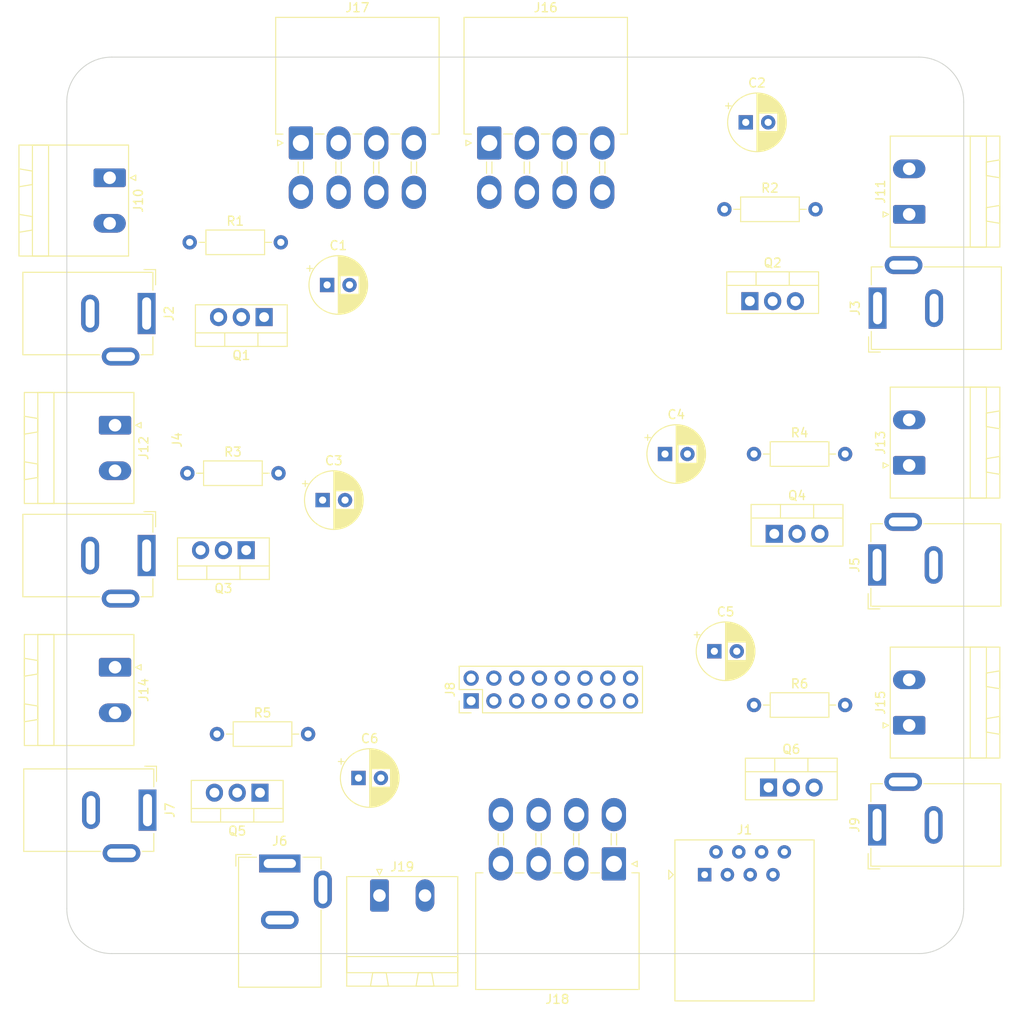
<source format=kicad_pcb>
(kicad_pcb (version 20221018) (generator pcbnew)
  (layers (0 "F.Cu" signal) (31 "B.Cu" signal) (34 "B.Paste" user) (35 "F.Paste" user) (36 "B.SilkS" user "B.Silkscreen") (37 "F.SilkS" user "F.Silkscreen") (38 "B.Mask" user) (39 "F.Mask" user) (44 "Edge.Cuts" user))
  (net 0 "")
  (net 1 "+12V")
  (net 2 "GND")
  (net 3 "/Green_PullDown")
  (net 4 "/Red_PullDown")
  (net 5 "/WhiteG_PullDown")
  (net 6 "/WhiteR_PullDown")
  (net 7 "/BlockingG_PullDown")
  (net 8 "/BlockingR_PullDown")
  (net 9 "/Green_PullUp")
  (net 10 "/Red_PullUp")
  (net 11 "/WhiteG_PullUp")
  (net 12 "/WhiteR_PullUp")
  (net 13 "/BlockingG_PullUp")
  (net 14 "/BlockingR_PullUp")
  (footprint "Package_TO_SOT_THT:TO-220-3_Vertical" (layer "F.Cu") (at 181.88 101.175)
    (fp_text reference "Q4" (at 2.54 -4.27) (layer "F.SilkS"))
    (fp_text value "IRF4905")
    (pad "1" thru_hole rect (at 0 0) (size 1.905 2) (drill 1.1) (layers "*.Cu" "*.Mask") (net 6 "/WhiteR_PullDown"))
    (pad "2" thru_hole oval (at 2.54 0) (size 1.905 2) (drill 1.1) (layers "*.Cu" "*.Mask") (net 1 "+12V"))
    (pad "3" thru_hole oval (at 5.08 0) (size 1.905 2) (drill 1.1) (layers "*.Cu" "*.Mask") (net 12 "/WhiteR_PullUp"))
  )
  (footprint "Connector_Molex:Molex_Mini-Fit_Jr_5569-08A2_2x04_P4.20mm_Horizontal" (layer "F.Cu") (at 129.1 57.575)
    (fp_text reference "J17" (at 6.3 -15.1) (layer "F.SilkS"))
    (fp_text value "Conn_02x04_Top_Bottom")
    (pad "" np_thru_hole circle (at 0 -7.3) (size 3 3) (drill 3) (layers "*.Cu" "*.Mask"))
    (pad "" np_thru_hole circle (at 12.6 -7.3) (size 3 3) (drill 3) (layers "*.Cu" "*.Mask"))
    (pad "1" thru_hole roundrect (at 0 0) (size 2.7 3.7) (drill 1.8) (layers "*.Cu" "*.Mask") (roundrect_rratio 0.092593) (net 2 "GND"))
    (pad "2" thru_hole oval (at 4.2 0) (size 2.7 3.7) (drill 1.8) (layers "*.Cu" "*.Mask") (net 2 "GND"))
    (pad "3" thru_hole oval (at 8.4 0) (size 2.7 3.7) (drill 1.8) (layers "*.Cu" "*.Mask") (net 2 "GND"))
    (pad "4" thru_hole oval (at 12.6 0) (size 2.7 3.7) (drill 1.8) (layers "*.Cu" "*.Mask") (net 2 "GND"))
    (pad "5" thru_hole oval (at 0 5.5) (size 2.7 3.7) (drill 1.8) (layers "*.Cu" "*.Mask") (net 9 "/Green_PullUp"))
    (pad "6" thru_hole oval (at 4.2 5.5) (size 2.7 3.7) (drill 1.8) (layers "*.Cu" "*.Mask") (net 10 "/Red_PullUp"))
    (pad "7" thru_hole oval (at 8.4 5.5) (size 2.7 3.7) (drill 1.8) (layers "*.Cu" "*.Mask") (net 11 "/WhiteG_PullUp"))
    (pad "8" thru_hole oval (at 12.6 5.5) (size 2.7 3.7) (drill 1.8) (layers "*.Cu" "*.Mask") (net 12 "/WhiteR_PullUp"))
  )
  (footprint "Library:BarrelJack_GCT_DCJ200-10-A_Horizontal" (layer "F.Cu") (at 111.9 76.6 -90)
    (fp_text reference "J2" (at 0 -2.5 90) (layer "F.SilkS"))
    (fp_text value "Barrel_Jack_MountingPin")
    (pad "1" thru_hole rect (at 0 0 270) (size 4.6 2) (drill oval 3.6 1) (layers "*.Cu" "*.Mask") (net 9 "/Green_PullUp"))
    (pad "2" thru_hole oval (at 0 6.3 270) (size 4.2 2) (drill oval 3.2 1) (layers "*.Cu" "*.Mask") (net 2 "GND"))
    (pad "3" thru_hole oval (at 4.8 2.9 270) (size 2 4.2) (drill oval 1 3.2) (layers "*.Cu" "*.Mask"))
  )
  (footprint "MountingHole:MountingHole_3mm" (layer "F.Cu") (at 198 53)
    (fp_text reference "REF**" hide)
    (fp_text value "MountingHole_3mm")
    (pad "" np_thru_hole circle (at 0 0) (size 3 3) (drill 3) (layers "*.Cu" "*.Mask"))
  )
  (footprint "Connector_Phoenix_MSTB:PhoenixContact_MSTBA_2,5_2-G-5,08_1x02_P5.08mm_Horizontal" (layer "F.Cu") (at 107.7775 61.46 -90)
    (fp_text reference "J10" (at 2.54 -3.2 90) (layer "F.SilkS"))
    (fp_text value "Conn_01x02")
    (pad "1" thru_hole roundrect (at 0 0 270) (size 2.08 3.6) (drill 1.4) (layers "*.Cu" "*.Mask") (roundrect_rratio 0.120192) (net 9 "/Green_PullUp"))
    (pad "2" thru_hole oval (at 5.08 0 270) (size 2.08 3.6) (drill 1.4) (layers "*.Cu" "*.Mask") (net 2 "GND"))
  )
  (footprint "Connector_Phoenix_MSTB:PhoenixContact_MSTBA_2,5_2-G-5,08_1x02_P5.08mm_Horizontal" (layer "F.Cu") (at 137.86 141.5225)
    (fp_text reference "J19" (at 2.54 -3.2) (layer "F.SilkS"))
    (fp_text value "Conn_01x02")
    (pad "1" thru_hole roundrect (at 0 0) (size 2.08 3.6) (drill 1.4) (layers "*.Cu" "*.Mask") (roundrect_rratio 0.120192) (net 1 "+12V"))
    (pad "2" thru_hole oval (at 5.08 0) (size 2.08 3.6) (drill 1.4) (layers "*.Cu" "*.Mask") (net 2 "GND"))
  )
  (footprint "Resistor_THT:R_Axial_DIN0207_L6.3mm_D2.5mm_P10.16mm_Horizontal" (layer "F.Cu") (at 116.4425 94.415)
    (fp_text reference "R3" (at 5.08 -2.37) (layer "F.SilkS"))
    (fp_text value "10k")
    (pad "1" thru_hole circle (at 0 0) (size 1.6 1.6) (drill 0.8) (layers "*.Cu" "*.Mask") (net 1 "+12V"))
    (pad "2" thru_hole oval (at 10.16 0) (size 1.6 1.6) (drill 0.8) (layers "*.Cu" "*.Mask") (net 5 "/WhiteG_PullDown"))
  )
  (footprint "Connector_Molex:Molex_Mini-Fit_Jr_5569-08A2_2x04_P4.20mm_Horizontal" (layer "F.Cu") (at 150.1 57.575)
    (fp_text reference "J16" (at 6.3 -15.1) (layer "F.SilkS"))
    (fp_text value "Conn_02x04_Top_Bottom")
    (pad "" np_thru_hole circle (at 0 -7.3) (size 3 3) (drill 3) (layers "*.Cu" "*.Mask"))
    (pad "" np_thru_hole circle (at 12.6 -7.3) (size 3 3) (drill 3) (layers "*.Cu" "*.Mask"))
    (pad "1" thru_hole roundrect (at 0 0) (size 2.7 3.7) (drill 1.8) (layers "*.Cu" "*.Mask") (roundrect_rratio 0.092593) (net 2 "GND"))
    (pad "2" thru_hole oval (at 4.2 0) (size 2.7 3.7) (drill 1.8) (layers "*.Cu" "*.Mask") (net 2 "GND"))
    (pad "3" thru_hole oval (at 8.4 0) (size 2.7 3.7) (drill 1.8) (layers "*.Cu" "*.Mask") (net 2 "GND"))
    (pad "4" thru_hole oval (at 12.6 0) (size 2.7 3.7) (drill 1.8) (layers "*.Cu" "*.Mask") (net 2 "GND"))
    (pad "5" thru_hole oval (at 0 5.5) (size 2.7 3.7) (drill 1.8) (layers "*.Cu" "*.Mask") (net 9 "/Green_PullUp"))
    (pad "6" thru_hole oval (at 4.2 5.5) (size 2.7 3.7) (drill 1.8) (layers "*.Cu" "*.Mask") (net 10 "/Red_PullUp"))
    (pad "7" thru_hole oval (at 8.4 5.5) (size 2.7 3.7) (drill 1.8) (layers "*.Cu" "*.Mask") (net 11 "/WhiteG_PullUp"))
    (pad "8" thru_hole oval (at 12.6 5.5) (size 2.7 3.7) (drill 1.8) (layers "*.Cu" "*.Mask") (net 12 "/WhiteR_PullUp"))
  )
  (footprint "Capacitor_THT:CP_Radial_D6.3mm_P2.50mm" (layer "F.Cu") (at 175.2 114.275)
    (fp_text reference "C5" (at 1.25 -4.4) (layer "F.SilkS"))
    (fp_text value "C_Polarized")
    (pad "1" thru_hole rect (at 0 0) (size 1.6 1.6) (drill 0.8) (layers "*.Cu" "*.Mask") (net 1 "+12V"))
    (pad "2" thru_hole circle (at 2.5 0) (size 1.6 1.6) (drill 0.8) (layers "*.Cu" "*.Mask") (net 2 "GND"))
  )
  (footprint "Package_TO_SOT_THT:TO-220-3_Vertical" (layer "F.Cu") (at 181.24 129.475)
    (fp_text reference "Q6" (at 2.54 -4.27) (layer "F.SilkS"))
    (fp_text value "IRF4905")
    (pad "1" thru_hole rect (at 0 0) (size 1.905 2) (drill 1.1) (layers "*.Cu" "*.Mask") (net 8 "/BlockingR_PullDown"))
    (pad "2" thru_hole oval (at 2.54 0) (size 1.905 2) (drill 1.1) (layers "*.Cu" "*.Mask") (net 1 "+12V"))
    (pad "3" thru_hole oval (at 5.08 0) (size 1.905 2) (drill 1.1) (layers "*.Cu" "*.Mask") (net 14 "/BlockingR_PullUp"))
  )
  (footprint "MountingHole:MountingHole_3mm" (layer "F.Cu") (at 108 53)
    (fp_text reference "REF**" hide)
    (fp_text value "MountingHole_3mm")
    (pad "" np_thru_hole circle (at 0 0) (size 3 3) (drill 3) (layers "F&B.Cu" "*.Mask"))
  )
  (footprint "Resistor_THT:R_Axial_DIN0207_L6.3mm_D2.5mm_P10.16mm_Horizontal" (layer "F.Cu") (at 116.7025 68.66)
    (fp_text reference "R1" (at 5.08 -2.37) (layer "F.SilkS"))
    (fp_text value "10k")
    (pad "1" thru_hole circle (at 0 0) (size 1.6 1.6) (drill 0.8) (layers "*.Cu" "*.Mask") (net 1 "+12V"))
    (pad "2" thru_hole oval (at 10.16 0) (size 1.6 1.6) (drill 0.8) (layers "*.Cu" "*.Mask") (net 3 "/Green_PullDown"))
  )
  (footprint "Package_TO_SOT_THT:TO-220-3_Vertical" (layer "F.Cu") (at 123 103 180)
    (fp_text reference "Q3" (at 2.54 -4.27) (layer "F.SilkS"))
    (fp_text value "IRF4905")
    (pad "1" thru_hole rect (at 0 0 180) (size 1.905 2) (drill 1.1) (layers "*.Cu" "*.Mask") (net 5 "/WhiteG_PullDown"))
    (pad "2" thru_hole oval (at 2.54 0 180) (size 1.905 2) (drill 1.1) (layers "*.Cu" "*.Mask") (net 1 "+12V"))
    (pad "3" thru_hole oval (at 5.08 0 180) (size 1.905 2) (drill 1.1) (layers "*.Cu" "*.Mask") (net 11 "/WhiteG_PullUp"))
  )
  (footprint "Library:BarrelJack_GCT_DCJ200-10-A_Horizontal" (layer "F.Cu") (at 193.4 76 90)
    (fp_text reference "J3" (at 0 -2.5 90) (layer "F.SilkS"))
    (fp_text value "Barrel_Jack_MountingPin")
    (pad "1" thru_hole rect (at 0 0 90) (size 4.6 2) (drill oval 3.6 1) (layers "*.Cu" "*.Mask") (net 10 "/Red_PullUp"))
    (pad "2" thru_hole oval (at 0 6.3 90) (size 4.2 2) (drill oval 3.2 1) (layers "*.Cu" "*.Mask") (net 2 "GND"))
    (pad "3" thru_hole oval (at 4.8 2.9 90) (size 2 4.2) (drill oval 1 3.2) (layers "*.Cu" "*.Mask"))
  )
  (footprint "Resistor_THT:R_Axial_DIN0207_L6.3mm_D2.5mm_P10.16mm_Horizontal" (layer "F.Cu") (at 179.62 120.275)
    (fp_text reference "R6" (at 5.08 -2.37) (layer "F.SilkS"))
    (fp_text value "10k")
    (pad "1" thru_hole circle (at 0 0) (size 1.6 1.6) (drill 0.8) (layers "*.Cu" "*.Mask") (net 1 "+12V"))
    (pad "2" thru_hole oval (at 10.16 0) (size 1.6 1.6) (drill 0.8) (layers "*.Cu" "*.Mask") (net 8 "/BlockingR_PullDown"))
  )
  (footprint "Capacitor_THT:CP_Radial_D6.3mm_P2.50mm" (layer "F.Cu") (at 169.7 92.275)
    (fp_text reference "C4" (at 1.25 -4.4) (layer "F.SilkS"))
    (fp_text value "C_Polarized")
    (pad "1" thru_hole rect (at 0 0) (size 1.6 1.6) (drill 0.8) (layers "*.Cu" "*.Mask") (net 1 "+12V"))
    (pad "2" thru_hole circle (at 2.5 0) (size 1.6 1.6) (drill 0.8) (layers "*.Cu" "*.Mask") (net 2 "GND"))
  )
  (footprint "Resistor_THT:R_Axial_DIN0207_L6.3mm_D2.5mm_P10.16mm_Horizontal" (layer "F.Cu") (at 179.62 92.275)
    (fp_text reference "R4" (at 5.08 -2.37) (layer "F.SilkS"))
    (fp_text value "10k")
    (pad "1" thru_hole circle (at 0 0) (size 1.6 1.6) (drill 0.8) (layers "*.Cu" "*.Mask") (net 1 "+12V"))
    (pad "2" thru_hole oval (at 10.16 0) (size 1.6 1.6) (drill 0.8) (layers "*.Cu" "*.Mask") (net 6 "/WhiteR_PullDown"))
  )
  (footprint "Connector_Phoenix_MSTB:PhoenixContact_MSTBA_2,5_2-G-5,08_1x02_P5.08mm_Horizontal" (layer "F.Cu") (at 108.3775 89.06 -90)
    (fp_text reference "J12" (at 2.54 -3.2 90) (layer "F.SilkS"))
    (fp_text value "Conn_01x02")
    (pad "1" thru_hole roundrect (at 0 0 270) (size 2.08 3.6) (drill 1.4) (layers "*.Cu" "*.Mask") (roundrect_rratio 0.120192) (net 11 "/WhiteG_PullUp"))
    (pad "2" thru_hole oval (at 5.08 0 270) (size 2.08 3.6) (drill 1.4) (layers "*.Cu" "*.Mask") (net 2 "GND"))
  )
  (footprint "Connector_Phoenix_MSTB:PhoenixContact_MSTBA_2,5_2-G-5,08_1x02_P5.08mm_Horizontal" (layer "F.Cu") (at 108.3775 116.06 -90)
    (fp_text reference "J14" (at 2.54 -3.2 90) (layer "F.SilkS"))
    (fp_text value "Conn_01x02")
    (pad "1" thru_hole roundrect (at 0 0 270) (size 2.08 3.6) (drill 1.4) (layers "*.Cu" "*.Mask") (roundrect_rratio 0.120192) (net 13 "/BlockingG_PullUp"))
    (pad "2" thru_hole oval (at 5.08 0 270) (size 2.08 3.6) (drill 1.4) (layers "*.Cu" "*.Mask") (net 2 "GND"))
  )
  (footprint "Connector_Phoenix_MSTB:PhoenixContact_MSTBA_2,5_2-G-5,08_1x02_P5.08mm_Horizontal" (layer "F.Cu") (at 196.9225 93.54 90)
    (fp_text reference "J13" (at 2.54 -3.2 90) (layer "F.SilkS"))
    (fp_text value "Conn_01x02")
    (pad "1" thru_hole roundrect (at 0 0 90) (size 2.08 3.6) (drill 1.4) (layers "*.Cu" "*.Mask") (roundrect_rratio 0.120192) (net 12 "/WhiteR_PullUp"))
    (pad "2" thru_hole oval (at 5.08 0 90) (size 2.08 3.6) (drill 1.4) (layers "*.Cu" "*.Mask") (net 2 "GND"))
  )
  (footprint "Resistor_THT:R_Axial_DIN0207_L6.3mm_D2.5mm_P10.16mm_Horizontal" (layer "F.Cu") (at 119.7425 123.515)
    (fp_text reference "R5" (at 5.08 -2.37) (layer "F.SilkS"))
    (fp_text value "10k")
    (pad "1" thru_hole circle (at 0 0) (size 1.6 1.6) (drill 0.8) (layers "*.Cu" "*.Mask") (net 1 "+12V"))
    (pad "2" thru_hole oval (at 10.16 0) (size 1.6 1.6) (drill 0.8) (layers "*.Cu" "*.Mask") (net 7 "/BlockingG_PullDown"))
  )
  (footprint "Package_TO_SOT_THT:TO-220-3_Vertical" (layer "F.Cu") (at 125 77 180)
    (fp_text reference "Q1" (at 2.54 -4.27) (layer "F.SilkS"))
    (fp_text value "IRF4905")
    (pad "1" thru_hole rect (at 0 0 180) (size 1.905 2) (drill 1.1) (layers "*.Cu" "*.Mask") (net 3 "/Green_PullDown"))
    (pad "2" thru_hole oval (at 2.54 0 180) (size 1.905 2) (drill 1.1) (layers "*.Cu" "*.Mask") (net 1 "+12V"))
    (pad "3" thru_hole oval (at 5.08 0 180) (size 1.905 2) (drill 1.1) (layers "*.Cu" "*.Mask") (net 9 "/Green_PullUp"))
  )
  (footprint "Capacitor_THT:CP_Radial_D6.3mm_P2.50mm" (layer "F.Cu") (at 131.5225 97.415)
    (fp_text reference "C3" (at 1.25 -4.4) (layer "F.SilkS"))
    (fp_text value "C_Polarized")
    (pad "1" thru_hole rect (at 0 0) (size 1.6 1.6) (drill 0.8) (layers "*.Cu" "*.Mask") (net 1 "+12V"))
    (pad "2" thru_hole circle (at 2.5 0) (size 1.6 1.6) (drill 0.8) (layers "*.Cu" "*.Mask") (net 2 "GND"))
  )
  (footprint "Library:BarrelJack_GCT_DCJ200-10-A_Horizontal" (layer "F.Cu") (at 193.35 104.65 90)
    (fp_text reference "J5" (at 0 -2.5 90) (layer "F.SilkS"))
    (fp_text value "Barrel_Jack_MountingPin")
    (pad "1" thru_hole rect (at 0 0 90) (size 4.6 2) (drill oval 3.6 1) (layers "*.Cu" "*.Mask") (net 12 "/WhiteR_PullUp"))
    (pad "2" thru_hole oval (at 0 6.3 90) (size 4.2 2) (drill oval 3.2 1) (layers "*.Cu" "*.Mask") (net 2 "GND"))
    (pad "3" thru_hole oval (at 4.8 2.9 90) (size 2 4.2) (drill oval 1 3.2) (layers "*.Cu" "*.Mask"))
  )
  (footprint "Package_TO_SOT_THT:TO-220-3_Vertical" (layer "F.Cu") (at 179.16 75.22)
    (fp_text reference "Q2" (at 2.54 -4.27) (layer "F.SilkS"))
    (fp_text value "IRF4905")
    (pad "1" thru_hole rect (at 0 0) (size 1.905 2) (drill 1.1) (layers "*.Cu" "*.Mask") (net 4 "/Red_PullDown"))
    (pad "2" thru_hole oval (at 2.54 0) (size 1.905 2) (drill 1.1) (layers "*.Cu" "*.Mask") (net 1 "+12V"))
    (pad "3" thru_hole oval (at 5.08 0) (size 1.905 2) (drill 1.1) (layers "*.Cu" "*.Mask") (net 10 "/Red_PullUp"))
  )
  (footprint "Resistor_THT:R_Axial_DIN0207_L6.3mm_D2.5mm_P10.16mm_Horizontal" (layer "F.Cu") (at 176.32 64.975)
    (fp_text reference "R2" (at 5.08 -2.37) (layer "F.SilkS"))
    (fp_text value "10k")
    (pad "1" thru_hole circle (at 0 0) (size 1.6 1.6) (drill 0.8) (layers "*.Cu" "*.Mask") (net 1 "+12V"))
    (pad "2" thru_hole oval (at 10.16 0) (size 1.6 1.6) (drill 0.8) (layers "*.Cu" "*.Mask") (net 4 "/Red_PullDown"))
  )
  (footprint "Package_TO_SOT_THT:TO-220-3_Vertical" (layer "F.Cu") (at 124.54 130.055 180)
    (fp_text reference "Q5" (at 2.54 -4.27) (layer "F.SilkS"))
    (fp_text value "IRF4905")
    (pad "1" thru_hole rect (at 0 0 180) (size 1.905 2) (drill 1.1) (layers "*.Cu" "*.Mask") (net 7 "/BlockingG_PullDown"))
    (pad "2" thru_hole oval (at 2.54 0 180) (size 1.905 2) (drill 1.1) (layers "*.Cu" "*.Mask") (net 1 "+12V"))
    (pad "3" thru_hole oval (at 5.08 0 180) (size 1.905 2) (drill 1.1) (layers "*.Cu" "*.Mask") (net 13 "/BlockingG_PullUp"))
  )
  (footprint "Connector_Phoenix_MSTB:PhoenixContact_MSTBA_2,5_2-G-5,08_1x02_P5.08mm_Horizontal" (layer "F.Cu") (at 196.9225 122.54 90)
    (fp_text reference "J15" (at 2.54 -3.2 90) (layer "F.SilkS"))
    (fp_text value "Conn_01x02")
    (pad "1" thru_hole roundrect (at 0 0 90) (size 2.08 3.6) (drill 1.4) (layers "*.Cu" "*.Mask") (roundrect_rratio 0.120192) (net 14 "/BlockingR_PullUp"))
    (pad "2" thru_hole oval (at 5.08 0 90) (size 2.08 3.6) (drill 1.4) (layers "*.Cu" "*.Mask") (net 2 "GND"))
  )
  (footprint "Connector_PinHeader_2.54mm:PinHeader_2x08_P2.54mm_Vertical" (layer "F.Cu") (at 148.08 119.815 90)
    (fp_text reference "J8" (at 1.27 -2.33 90) (layer "F.SilkS"))
    (fp_text value "Conn_02x08_Odd_Even")
    (pad "1" thru_hole rect (at 0 0 90) (size 1.7 1.7) (drill 1) (layers "*.Cu" "*.Mask") (net 3 "/Green_PullDown"))
    (pad "2" thru_hole oval (at 2.54 0 90) (size 1.7 1.7) (drill 1) (layers "*.Cu" "*.Mask") (net 9 "/Green_PullUp"))
    (pad "3" thru_hole oval (at 0 2.54 90) (size 1.7 1.7) (drill 1) (layers "*.Cu" "*.Mask") (net 4 "/Red_PullDown"))
    (pad "4" thru_hole oval (at 2.54 2.54 90) (size 1.7 1.7) (drill 1) (layers "*.Cu" "*.Mask") (net 10 "/Red_PullUp"))
    (pad "5" thru_hole oval (at 0 5.08 90) (size 1.7 1.7) (drill 1) (layers "*.Cu" "*.Mask") (net 5 "/WhiteG_PullDown"))
    (pad "6" thru_hole oval (at 2.54 5.08 90) (size 1.7 1.7) (drill 1) (layers "*.Cu" "*.Mask") (net 11 "/WhiteG_PullUp"))
    (pad "7" thru_hole oval (at 0 7.62 90) (size 1.7 1.7) (drill 1) (layers "*.Cu" "*.Mask") (net 6 "/WhiteR_PullDown"))
    (pad "8" thru_hole oval (at 2.54 7.62 90) (size 1.7 1.7) (drill 1) (layers "*.Cu" "*.Mask") (net 12 "/WhiteR_PullUp"))
    (pad "9" thru_hole oval (at 0 10.16 90) (size 1.7 1.7) (drill 1) (layers "*.Cu" "*.Mask") (net 7 "/BlockingG_PullDown"))
    (pad "10" thru_hole oval (at 2.54 10.16 90) (size 1.7 1.7) (drill 1) (layers "*.Cu" "*.Mask") (net 13 "/BlockingG_PullUp"))
    (pad "11" thru_hole oval (at 0 12.7 90) (size 1.7 1.7) (drill 1) (layers "*.Cu" "*.Mask") (net 8 "/BlockingR_PullDown"))
    (pad "12" thru_hole oval (at 2.54 12.7 90) (size 1.7 1.7) (drill 1) (layers "*.Cu" "*.Mask") (net 14 "/BlockingR_PullUp"))
    (pad "13" thru_hole oval (at 0 15.24 90) (size 1.7 1.7) (drill 1) (layers "*.Cu" "*.Mask") (net 1 "+12V"))
    (pad "14" thru_hole oval (at 2.54 15.24 90) (size 1.7 1.7) (drill 1) (layers "*.Cu" "*.Mask") (net 2 "GND"))
    (pad "15" thru_hole oval (at 0 17.78 90) (size 1.7 1.7) (drill 1) (layers "*.Cu" "*.Mask") (net 1 "+12V"))
    (pad "16" thru_hole oval (at 2.54 17.78 90) (size 1.7 1.7) (drill 1) (layers "*.Cu" "*.Mask") (net 2 "GND"))
  )
  (footprint "Connector_Phoenix_MSTB:PhoenixContact_MSTBA_2,5_2-G-5,08_1x02_P5.08mm_Horizontal" (layer "F.Cu") (at 196.9225 65.54 90)
    (fp_text reference "J11" (at 2.54 -3.2 90) (layer "F.SilkS"))
    (fp_text value "Conn_01x02")
    (pad "1" thru_hole roundrect (at 0 0 90) (size 2.08 3.6) (drill 1.4) (layers "*.Cu" "*.Mask") (roundrect_rratio 0.120192) (net 10 "/Red_PullUp"))
    (pad "2" thru_hole oval (at 5.08 0 90) (size 2.08 3.6) (drill 1.4) (layers "*.Cu" "*.Mask") (net 2 "GND"))
  )
  (footprint "Connector_Molex:Molex_Mini-Fit_Jr_5569-08A2_2x04_P4.20mm_Horizontal" (layer "F.Cu") (at 164 138 180)
    (fp_text reference "J18" (at 6.3 -15.1) (layer "F.SilkS"))
    (fp_text value "Conn_02x04_Top_Bottom")
    (pad "" np_thru_hole circle (at 0 -7.3 180) (size 3 3) (drill 3) (layers "*.Cu" "*.Mask"))
    (pad "" np_thru_hole circle (at 12.6 -7.3 180) (size 3 3) (drill 3) (layers "*.Cu" "*.Mask"))
    (pad "1" thru_hole roundrect (at 0 0 180) (size 2.7 3.7) (drill 1.8) (layers "*.Cu" "*.Mask") (roundrect_rratio 0.092593) (net 2 "GND"))
    (pad "2" thru_hole oval (at 4.2 0 180) (size 2.7 3.7) (drill 1.8) (layers "*.Cu" "*.Mask") (net 2 "GND"))
    (pad "3" thru_hole oval (at 8.4 0 180) (size 2.7 3.7) (drill 1.8) (layers "*.Cu" "*.Mask") (net 2 "GND"))
    (pad "4" thru_hole oval (at 12.6 0 180) (size 2.7 3.7) (drill 1.8) (layers "*.Cu" "*.Mask") (net 2 "GND"))
    (pad "5" thru_hole oval (at 0 5.5 180) (size 2.7 3.7) (drill 1.8) (layers "*.Cu" "*.Mask") (net 1 "+12V"))
    (pad "6" thru_hole oval (at 4.2 5.5 180) (size 2.7 3.7) (drill 1.8) (layers "*.Cu" "*.Mask") (net 1 "+12V"))
    (pad "7" thru_hole oval (at 8.4 5.5 180) (size 2.7 3.7) (drill 1.8) (layers "*.Cu" "*.Mask") (net 1 "+12V"))
    (pad "8" thru_hole oval (at 12.6 5.5 180) (size 2.7 3.7) (drill 1.8) (layers "*.Cu" "*.Mask") (net 1 "+12V"))
  )
  (footprint "Library:BarrelJack_GCT_DCJ200-10-A_Horizontal" (layer "F.Cu") (at 112 132 -90)
    (fp_text reference "J7" (at 0 -2.5 90) (layer "F.SilkS"))
    (fp_text value "Barrel_Jack_MountingPin")
    (pad "1" thru_hole rect (at 0 0 270) (size 4.6 2) (drill oval 3.6 1) (layers "*.Cu" "*.Mask") (net 13 "/BlockingG_PullUp"))
    (pad "2" thru_hole oval (at 0 6.3 270) (size 4.2 2) (drill oval 3.2 1) (layers "*.Cu" "*.Mask") (net 2 "GND"))
    (pad "3" thru_hole oval (at 4.8 2.9 270) (size 2 4.2) (drill oval 1 3.2) (layers "*.Cu" "*.Mask"))
  )
  (footprint "Library:BarrelJack_GCT_DCJ200-10-A_Horizontal" (layer "F.Cu") (at 126.75 137.95)
    (fp_text reference "J6" (at 0 -2.5) (layer "F.SilkS"))
    (fp_text value "Barrel_Jack_MountingPin")
    (pad "1" thru_hole rect (at 0 0) (size 4.6 2) (drill oval 3.6 1) (layers "*.Cu" "*.Mask") (net 1 "+12V"))
    (pad "2" thru_hole oval (at 0 6.3) (size 4.2 2) (drill oval 3.2 1) (layers "*.Cu" "*.Mask") (net 2 "GND"))
    (pad "3" thru_hole oval (at 4.8 2.9) (size 2 4.2) (drill oval 1 3.2) (layers "*.Cu" "*.Mask"))
  )
  (footprint "Capacitor_THT:CP_Radial_D6.3mm_P2.50mm" (layer "F.Cu") (at 135.5225 128.415)
    (fp_text reference "C6" (at 1.25 -4.4) (layer "F.SilkS"))
    (fp_text value "C_Polarized")
    (pad "1" thru_hole rect (at 0 0) (size 1.6 1.6) (drill 0.8) (layers "*.Cu" "*.Mask") (net 1 "+12V"))
    (pad "2" thru_hole circle (at 2.5 0) (size 1.6 1.6) (drill 0.8) (layers "*.Cu" "*.Mask") (net 2 "GND"))
  )
  (footprint "Capacitor_THT:CP_Radial_D6.3mm_P2.50mm" (layer "F.Cu") (at 132.0225 73.415)
    (fp_text reference "C1" (at 1.25 -4.4) (layer "F.SilkS"))
    (fp_text value "C_Polarized")
    (pad "1" thru_hole rect (at 0 0) (size 1.6 1.6) (drill 0.8) (layers "*.Cu" "*.Mask") (net 1 "+12V"))
    (pad "2" thru_hole circle (at 2.5 0) (size 1.6 1.6) (drill 0.8) (layers "*.Cu" "*.Mask") (net 2 "GND"))
  )
  (footprint "Capacitor_THT:CP_Radial_D6.3mm_P2.50mm" (layer "F.Cu") (at 178.7 55.275)
    (fp_text reference "C2" (at 1.25 -4.4) (layer "F.SilkS"))
    (fp_text value "C_Polarized")
    (pad "1" thru_hole rect (at 0 0) (size 1.6 1.6) (drill 0.8) (layers "*.Cu" "*.Mask") (net 1 "+12V"))
    (pad "2" thru_hole circle (at 2.5 0) (size 1.6 1.6) (drill 0.8) (layers "*.Cu" "*.Mask") (net 2 "GND"))
  )
  (footprint "Library:BarrelJack_GCT_DCJ200-10-A_Horizontal" (layer "F.Cu") (at 111.9 103.6 -90)
    (fp_text reference "J4" (at -12.9 -3.4 90) (layer "F.SilkS"))
    (fp_text value "Barrel_Jack_MountingPin")
    (pad "1" thru_hole rect (at 0 0 270) (size 4.6 2) (drill oval 3.6 1) (layers "*.Cu" "*.Mask") (net 11 "/WhiteG_PullUp"))
    (pad "2" thru_hole oval (at 0 6.3 270) (size 4.2 2) (drill oval 3.2 1) (layers "*.Cu" "*.Mask") (net 2 "GND"))
    (pad "3" thru_hole oval (at 4.8 2.9 270) (size 2 4.2) (drill oval 1 3.2) (layers "*.Cu" "*.Mask"))
  )
  (footprint "MountingHole:MountingHole_3mm" (layer "F.Cu") (at 108 143)
    (fp_text reference "REF**" hide)
    (fp_text value "MountingHole_3mm")
    (pad "" np_thru_hole circle (at 0 0) (size 3 3) (drill 3) (layers "F&B.Cu" "*.Mask"))
  )
  (footprint "Connector_RJ:RJ45_Amphenol_54602-x08_Horizontal" (layer "F.Cu") (at 174.1175 139.2)
    (fp_text reference "J1" (at 4.445 -5) (layer "F.SilkS"))
    (fp_text value "RJ45")
    (pad "" np_thru_hole circle (at -1.27 6.35) (size 3.2 3.2) (drill 3.2) (layers "*.Cu" "*.Mask"))
    (pad "" np_thru_hole circle (at 10.16 6.35) (size 3.2 3.2) (drill 3.2) (layers "*.Cu" "*.Mask"))
    (pad "1" thru_hole rect (at 0 0) (size 1.5 1.5) (drill 0.76) (layers "*.Cu" "*.Mask") (net 3 "/Green_PullDown"))
    (pad "2" thru_hole circle (at 1.27 -2.54) (size 1.5 1.5) (drill 0.76) (layers "*.Cu" "*.Mask") (net 4 "/Red_PullDown"))
    (pad "3" thru_hole circle (at 2.54 0) (size 1.5 1.5) (drill 0.76) (layers "*.Cu" "*.Mask") (net 5 "/WhiteG_PullDown"))
    (pad "4" thru_hole circle (at 3.81 -2.54) (size 1.5 1.5) (drill 0.76) (layers "*.Cu" "*.Mask") (net 6 "/WhiteR_PullDown"))
    (pad "5" thru_hole circle (at 5.08 0) (size 1.5 1.5) (drill 0.76) (layers "*.Cu" "*.Mask") (net 7 "/BlockingG_PullDown"))
    (pad "6" thru_hole circle (at 6.35 -2.54) (size 1.5 1.5) (drill 0.76) (layers "*.Cu" "*.Mask") (net 8 "/BlockingR_PullDown"))
    (pad "7" thru_hole circle (at 7.62 0) (size 1.5 1.5) (drill 0.76) (layers "*.Cu" "*.Mask") (net 1 "+12V"))
    (pad "8" thru_hole circle (at 8.89 -2.54) (size 1.5 1.5) (drill 0.76) (layers "*.Cu" "*.Mask") (net 1 "+12V"))
  )
  (footprint "MountingHole:MountingHole_3mm" (layer "F.Cu") (at 198 143)
    (fp_text reference "REF**" hide)
    (fp_text value "MountingHole_3mm")
    (pad "" np_thru_hole circle (at 0 0) (size 3 3) (drill 3) (layers "F&B.Cu" "*.Mask"))
  )
  (footprint "Library:BarrelJack_GCT_DCJ200-10-A_Horizontal" (layer "F.Cu") (at 193.35 133.65 90)
    (fp_text reference "J9" (at 0 -2.5 90) (layer "F.SilkS"))
    (fp_text value "Barrel_Jack_MountingPin")
    (pad "1" thru_hole rect (at 0 0 90) (size 4.6 2) (drill oval 3.6 1) (layers "*.Cu" "*.Mask") (net 14 "/BlockingR_PullUp"))
    (pad "2" thru_hole oval (at 0 6.3 90) (size 4.2 2) (drill oval 3.2 1) (layers "*.Cu" "*.Mask") (net 2 "GND"))
    (pad "3" thru_hole oval (at 4.8 2.9 90) (size 2 4.2) (drill oval 1 3.2) (layers "*.Cu" "*.Mask"))
  )
  (gr_arc (start 198 48) (mid 201.535534 49.464466) (end 203 53) (stroke (width 0.1)) (layer "Edge.Cuts"))
  (gr_arc (start 103 53) (mid 104.464466 49.464466) (end 108 48) (stroke (width 0.1)) (layer "Edge.Cuts"))
  (gr_line (start 103 143) (end 103 53) (stroke (width 0.1)) (layer "Edge.Cuts"))
  (gr_arc (start 108 148) (mid 104.464466 146.535534) (end 103 143) (stroke (width 0.1)) (layer "Edge.Cuts"))
  (gr_line (start 108 48) (end 198 48) (stroke (width 0.1)) (layer "Edge.Cuts"))
  (gr_line (start 198 148) (end 108 148) (stroke (width 0.1)) (layer "Edge.Cuts"))
  (gr_arc (start 203 143) (mid 201.535534 146.535534) (end 198 148) (stroke (width 0.1)) (layer "Edge.Cuts"))
  (gr_line (start 203 53) (end 203 143) (stroke (width 0.1)) (layer "Edge.Cuts"))
)
</source>
